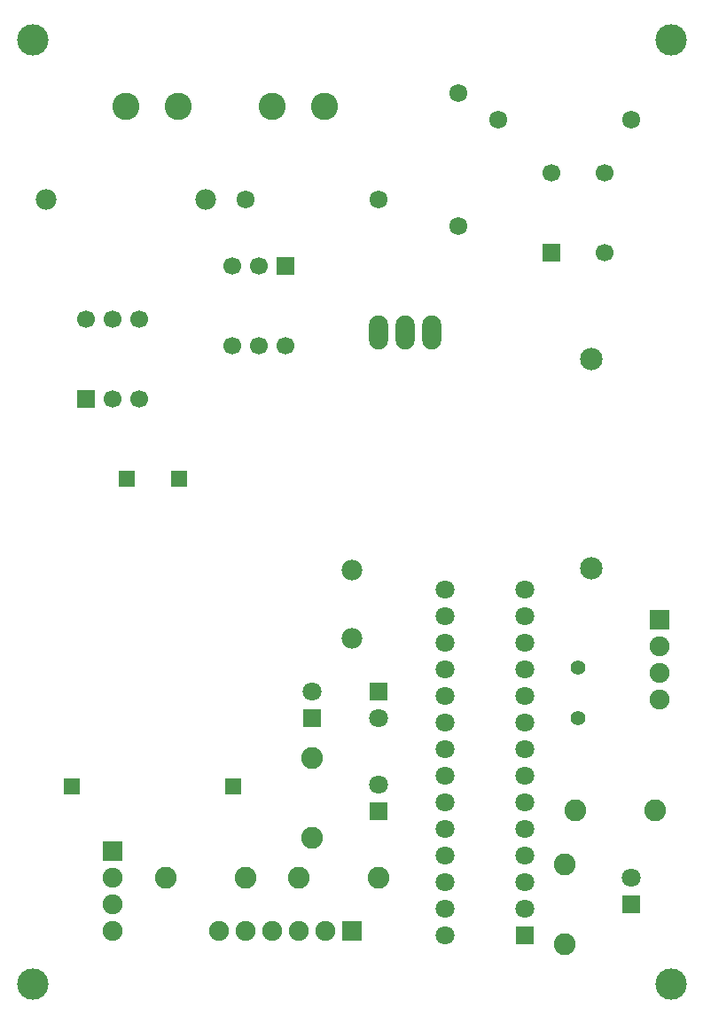
<source format=gbr>
G04 DipTrace 3.3.1.1*
G04 BottomMask.gbr*
%MOIN*%
G04 #@! TF.FileFunction,Soldermask,Bot*
G04 #@! TF.Part,Single*
%ADD24R,0.066929X0.066929*%
%ADD25C,0.066929*%
%ADD36C,0.11811*%
%ADD49C,0.055874*%
%ADD53O,0.072874X0.127874*%
%ADD57C,0.081874*%
%ADD59C,0.067874*%
%ADD61C,0.067874*%
%ADD63R,0.05937X0.05937*%
%ADD65C,0.077874*%
%ADD67C,0.074803*%
%ADD68R,0.074803X0.074803*%
%ADD69R,0.070866X0.070866*%
%ADD71C,0.070866*%
%ADD73C,0.084646*%
%ADD75C,0.077874*%
%ADD77C,0.102362*%
%FSLAX26Y26*%
G04*
G70*
G90*
G75*
G01*
G04 BotMask*
%LPD*%
D77*
X800000Y3850000D3*
X996850D3*
X1350000D3*
X1546850D3*
D75*
X1650000Y1850000D3*
Y2105906D3*
D73*
X2550000Y2900000D3*
Y2112598D3*
D71*
X2700000Y950000D3*
D69*
Y850000D3*
D71*
X1500000Y1650000D3*
D69*
Y1550000D3*
D71*
X1750000Y1300000D3*
D69*
Y1200000D3*
D71*
Y1550000D3*
D69*
Y1650000D3*
D68*
X750000Y1050000D3*
D67*
Y950000D3*
Y850000D3*
Y750000D3*
D68*
X2807860Y1919060D3*
D67*
Y1819060D3*
Y1719060D3*
Y1619060D3*
D65*
X500000Y3500000D3*
D75*
X1100000D3*
D63*
X1000000Y2450000D3*
X803150D3*
X1204724Y1292520D3*
X598425D3*
D36*
X450000Y4100000D3*
X2850000D3*
X450000Y550000D3*
X2850000D3*
D68*
X1650000Y750000D3*
D67*
X1550000D3*
X1450000D3*
X1350000D3*
X1250000D3*
X1150000D3*
D61*
X1750000Y3500000D3*
D59*
X1250000D3*
D57*
X2450000Y700000D3*
Y1000000D3*
X1450000Y950000D3*
X1750000D3*
X950000D3*
X1250000D3*
X2489801Y1201699D3*
X2789801D3*
D61*
X2700000Y3800000D3*
D59*
X2200000D3*
D61*
X2050000Y3900000D3*
D59*
Y3400000D3*
D57*
X1500000Y1100000D3*
Y1400000D3*
D69*
X2301240Y732940D3*
D71*
Y832940D3*
Y932940D3*
Y1032940D3*
Y1132940D3*
Y1232940D3*
Y1332940D3*
Y1432940D3*
Y1532940D3*
Y1632940D3*
Y1732940D3*
Y1832940D3*
Y1932940D3*
Y2032940D3*
X2001240D3*
Y1932940D3*
Y1832940D3*
Y1732940D3*
Y1632940D3*
Y1532940D3*
Y1432940D3*
Y1332940D3*
Y1232940D3*
Y1132940D3*
Y1032940D3*
Y932940D3*
Y832940D3*
Y732940D3*
D53*
X1750000Y3000000D3*
X1850000D3*
X1950000D3*
D24*
X650000Y2750000D3*
D25*
X750000D3*
X850000D3*
Y3050000D3*
X750000D3*
X650000D3*
D24*
X1400000Y3250000D3*
D25*
X1300000D3*
X1200000D3*
Y2950000D3*
X1300000D3*
X1400000D3*
D49*
X2500000Y1550000D3*
Y1740000D3*
D24*
X2400000Y3300000D3*
D25*
X2600000D3*
Y3600000D3*
X2400000D3*
M02*

</source>
